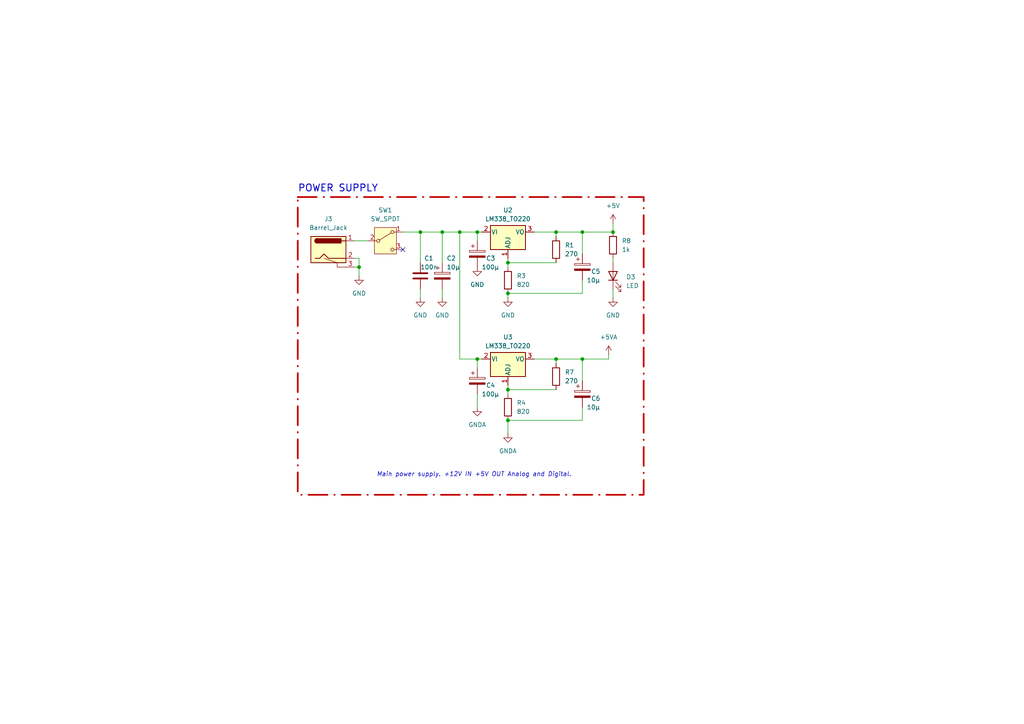
<source format=kicad_sch>
(kicad_sch (version 20230121) (generator eeschema)
  (paper "A4")
  (lib_symbols
    (symbol "CM4IO:Barrel_Jack"
      (property "Reference" "J" (at 0 5.334 0))
      (property "Value" "Barrel_Jack" (at 0 -5.08 0))
      (symbol "Barrel_Jack_0_1"
        (rectangle (start -5.08 3.81) (end 5.08 -3.81) (stroke (width 0.254)) (fill (type background)))
        (arc (start -3.302 3.175) (mid -3.9343 2.54) (end -3.302 1.905) (stroke (width 0.254)))
        (arc (start -3.302 3.175) (mid -3.9343 2.54) (end -3.302 1.905) (stroke (width 0.254)) (fill (type outline)))
        (polyline (pts (xy 5.08 2.54) (xy 3.81 2.54)) (stroke (width 0.254)))
        (polyline (pts (xy 5.08 -5.08) (xy 2.54 -5.08) (xy 2.54 -3.81) (xy -1.27 -2.54)))
        (polyline (pts (xy -3.81 -2.54) (xy -2.54 -2.54) (xy -1.27 -1.27) (xy 0 -2.54) (xy 2.54 -2.54) (xy 5.08 -2.54)) (stroke (width 0.254)))
        (rectangle (start 3.683 3.175) (end -3.302 1.905) (stroke (width 0.254)) (fill (type outline)))
      )
      (symbol "Barrel_Jack_1_1"
        (pin passive line (at 7.62 2.54 180) (length 2.54) (name "~") (number "1"))
        (pin passive line (at 7.62 -2.54 180) (length 2.54) (name "~") (number "2"))
        (pin passive line (at 7.62 -5.08 180) (length 2.54) (name "~") (number "3"))
      )
    )
    (symbol "Device:C" (pin_numbers hide) (pin_names (offset 0.254))
      (property "Reference" "C" (at 0.635 2.54 0))
      (property "Value" "C" (at 0.635 -2.54 0))
      (symbol "C_0_1"
        (polyline (pts (xy -2.032 -0.762) (xy 2.032 -0.762)) (stroke (width 0.508)))
        (polyline (pts (xy -2.032 0.762) (xy 2.032 0.762)) (stroke (width 0.508)))
      )
      (symbol "C_1_1"
        (pin passive line (at 0 3.81 270) (length 2.794) (name "~") (number "1"))
        (pin passive line (at 0 -3.81 90) (length 2.794) (name "~") (number "2"))
      )
    )
    (symbol "Device:C_Polarized" (pin_numbers hide) (pin_names (offset 0.254))
      (property "Reference" "C" (at 0.635 2.54 0))
      (property "Value" "C_Polarized" (at 0.635 -2.54 0))
      (symbol "C_Polarized_0_1"
        (rectangle (start -2.286 0.508) (end 2.286 1.016))
        (polyline (pts (xy -1.778 2.286) (xy -0.762 2.286)))
        (polyline (pts (xy -1.27 2.794) (xy -1.27 1.778)))
        (rectangle (start 2.286 -0.508) (end -2.286 -1.016) (fill (type outline)))
      )
      (symbol "C_Polarized_1_1"
        (pin passive line (at 0 3.81 270) (length 2.794) (name "~") (number "1"))
        (pin passive line (at 0 -3.81 90) (length 2.794) (name "~") (number "2"))
      )
    )
    (symbol "Device:LED" (pin_numbers hide) (pin_names (offset 1.016) hide)
      (property "Reference" "D" (at 0 2.54 0))
      (property "Value" "LED" (at 0 -2.54 0))
      (symbol "LED_0_1"
        (polyline (pts (xy -1.27 -1.27) (xy -1.27 1.27)) (stroke (width 0.254)))
        (polyline (pts (xy -1.27 0) (xy 1.27 0)))
        (polyline (pts (xy 1.27 -1.27) (xy 1.27 1.27) (xy -1.27 0) (xy 1.27 -1.27)) (stroke (width 0.254)))
        (polyline (pts (xy -3.048 -0.762) (xy -4.572 -2.286) (xy -3.81 -2.286) (xy -4.572 -2.286) (xy -4.572 -1.524)))
        (polyline (pts (xy -1.778 -0.762) (xy -3.302 -2.286) (xy -2.54 -2.286) (xy -3.302 -2.286) (xy -3.302 -1.524)))
      )
      (symbol "LED_1_1"
        (pin passive line (at -3.81 0 0) (length 2.54) (name "K") (number "1"))
        (pin passive line (at 3.81 0 180) (length 2.54) (name "A") (number "2"))
      )
    )
    (symbol "Device:R" (pin_numbers hide) (pin_names (offset 0))
      (property "Reference" "R" (at 2.032 0 90))
      (property "Value" "R" (at 0 0 90))
      (symbol "R_0_1"
        (rectangle (start -1.016 -2.54) (end 1.016 2.54) (stroke (width 0.254)))
      )
      (symbol "R_1_1"
        (pin passive line (at 0 3.81 270) (length 1.27) (name "~") (number "1"))
        (pin passive line (at 0 -3.81 90) (length 1.27) (name "~") (number "2"))
      )
    )
    (symbol "Regulator_Linear:LM337_TO220" (pin_names (offset 0.254))
      (property "Reference" "U" (at -3.81 -3.175 0))
      (property "Value" "LM337_TO220" (at 0 -3.175 0))
      (symbol "LM337_TO220_0_1"
        (rectangle (start -5.08 5.08) (end 5.08 -1.905) (stroke (width 0.254)) (fill (type background)))
      )
      (symbol "LM337_TO220_1_1"
        (pin input line (at 0 7.62 270) (length 2.54) (name "ADJ") (number "1"))
        (pin power_in line (at -7.62 0 0) (length 2.54) (name "VI") (number "2"))
        (pin power_out line (at 7.62 0 180) (length 2.54) (name "VO") (number "3"))
      )
    )
    (symbol "Switch:SW_SPDT" (pin_names (offset 0) hide)
      (property "Reference" "SW" (at 0 5.08 0))
      (property "Value" "SW_SPDT" (at 0 -5.08 0))
      (symbol "SW_SPDT_0_1"
        (circle (center -2.032 0) (radius 0.4572))
        (polyline (pts (xy -1.651 0.254) (xy 1.651 2.286)))
        (circle (center 2.032 -2.54) (radius 0.4572))
        (circle (center 2.032 2.54) (radius 0.4572))
      )
      (symbol "SW_SPDT_1_1"
        (rectangle (start -3.175 3.81) (end 3.175 -3.81) (fill (type background)))
        (pin passive line (at 5.08 2.54 180) (length 2.54) (name "A") (number "1"))
        (pin passive line (at -5.08 0 0) (length 2.54) (name "B") (number "2"))
        (pin passive line (at 5.08 -2.54 180) (length 2.54) (name "C") (number "3"))
      )
    )
    (symbol "power:+5V" (power) (pin_names (offset 0))
      (property "Value" "+5V" (at 0 3.556 0))
      (symbol "+5V_0_1"
        (polyline (pts (xy -0.762 1.27) (xy 0 2.54)))
        (polyline (pts (xy 0 0) (xy 0 2.54)))
        (polyline (pts (xy 0 2.54) (xy 0.762 1.27)))
      )
      (symbol "+5V_1_1"
        (pin power_in line (at 0 0 90) (length 0) hide (name "+5V") (number "1"))
      )
    )
    (symbol "power:+5VA" (power) (pin_names (offset 0))
      (property "Value" "+5VA" (at 0 3.556 0))
      (symbol "+5VA_0_1"
        (polyline (pts (xy -0.762 1.27) (xy 0 2.54)))
        (polyline (pts (xy 0 0) (xy 0 2.54)))
        (polyline (pts (xy 0 2.54) (xy 0.762 1.27)))
      )
      (symbol "+5VA_1_1"
        (pin power_in line (at 0 0 90) (length 0) hide (name "+5VA") (number "1"))
      )
    )
    (symbol "power:GND" (power) (pin_names (offset 0))
      (property "Value" "GND" (at 0 -3.81 0))
      (symbol "GND_0_1"
        (polyline (pts (xy 0 0) (xy 0 -1.27) (xy 1.27 -1.27) (xy 0 -2.54) (xy -1.27 -1.27) (xy 0 -1.27)))
      )
      (symbol "GND_1_1"
        (pin power_in line (at 0 0 270) (length 0) hide (name "GND") (number "1"))
      )
    )
    (symbol "power:GNDA" (power) (pin_names (offset 0))
      (property "Value" "GNDA" (at 0 -3.81 0))
      (symbol "GNDA_0_1"
        (polyline (pts (xy 0 0) (xy 0 -1.27) (xy 1.27 -1.27) (xy 0 -2.54) (xy -1.27 -1.27) (xy 0 -1.27)))
      )
      (symbol "GNDA_1_1"
        (pin power_in line (at 0 0 270) (length 0) hide (name "GNDA") (number "1"))
      )
    )
  )
  (junction (at 168.91 67.31))
  (junction (at 121.92 67.31))
  (junction (at 147.32 85.09))
  (junction (at 161.29 104.14))
  (junction (at 133.35 67.31))
  (junction (at 168.91 104.14))
  (junction (at 177.8 67.31))
  (junction (at 104.14 77.47))
  (junction (at 138.43 104.14))
  (junction (at 161.29 67.31))
  (junction (at 147.32 76.2))
  (junction (at 147.32 121.92))
  (junction (at 128.27 67.31))
  (junction (at 138.43 67.31))
  (junction (at 147.32 113.03))
  (no_connect (at 116.84 72.39))
  (wire (pts (xy 104.14 74.93) (xy 104.14 77.47)))
  (wire (pts (xy 116.84 67.31) (xy 121.92 67.31)))
  (wire (pts (xy 154.94 67.31) (xy 161.29 67.31)))
  (wire (pts (xy 102.87 69.85) (xy 106.68 69.85)))
  (wire (pts (xy 147.32 111.76) (xy 147.32 113.03)))
  (wire (pts (xy 102.87 77.47) (xy 104.14 77.47)))
  (wire (pts (xy 133.35 67.31) (xy 138.43 67.31)))
  (wire (pts (xy 121.92 67.31) (xy 128.27 67.31)))
  (wire (pts (xy 168.91 81.28) (xy 168.91 85.09)))
  (wire (pts (xy 154.94 104.14) (xy 161.29 104.14)))
  (wire (pts (xy 161.29 105.41) (xy 161.29 104.14)))
  (wire (pts (xy 128.27 83.82) (xy 128.27 86.36)))
  (wire (pts (xy 177.8 83.82) (xy 177.8 86.36)))
  (wire (pts (xy 147.32 121.92) (xy 147.32 125.73)))
  (wire (pts (xy 161.29 76.2) (xy 147.32 76.2)))
  (wire (pts (xy 104.14 77.47) (xy 104.14 80.01)))
  (wire (pts (xy 147.32 85.09) (xy 147.32 86.36)))
  (wire (pts (xy 168.91 73.66) (xy 168.91 67.31)))
  (wire (pts (xy 138.43 67.31) (xy 139.7 67.31)))
  (wire (pts (xy 161.29 104.14) (xy 168.91 104.14)))
  (wire (pts (xy 168.91 67.31) (xy 177.8 67.31)))
  (wire (pts (xy 161.29 113.03) (xy 147.32 113.03)))
  (wire (pts (xy 147.32 76.2) (xy 147.32 77.47)))
  (wire (pts (xy 168.91 104.14) (xy 168.91 110.49)))
  (wire (pts (xy 177.8 74.93) (xy 177.8 76.2)))
  (wire (pts (xy 104.14 74.93) (xy 102.87 74.93)))
  (wire (pts (xy 121.92 83.82) (xy 121.92 86.36)))
  (wire (pts (xy 176.53 102.87) (xy 176.53 104.14)))
  (wire (pts (xy 168.91 121.92) (xy 147.32 121.92)))
  (wire (pts (xy 128.27 67.31) (xy 133.35 67.31)))
  (wire (pts (xy 138.43 67.31) (xy 138.43 69.85)))
  (wire (pts (xy 138.43 104.14) (xy 138.43 106.68)))
  (wire (pts (xy 168.91 118.11) (xy 168.91 121.92)))
  (wire (pts (xy 138.43 104.14) (xy 139.7 104.14)))
  (wire (pts (xy 168.91 67.31) (xy 161.29 67.31)))
  (wire (pts (xy 147.32 113.03) (xy 147.32 114.3)))
  (wire (pts (xy 138.43 114.3) (xy 138.43 118.11)))
  (wire (pts (xy 161.29 68.58) (xy 161.29 67.31)))
  (wire (pts (xy 121.92 67.31) (xy 121.92 76.2)))
  (wire (pts (xy 133.35 104.14) (xy 138.43 104.14)))
  (wire (pts (xy 176.53 104.14) (xy 168.91 104.14)))
  (wire (pts (xy 177.8 64.77) (xy 177.8 67.31)))
  (wire (pts (xy 128.27 67.31) (xy 128.27 76.2)))
  (wire (pts (xy 168.91 85.09) (xy 147.32 85.09)))
  (wire (pts (xy 147.32 74.93) (xy 147.32 76.2)))
  (wire (pts (xy 133.35 104.14) (xy 133.35 67.31)))
  (rectangle (start 86.36 57.15) (end 186.69 143.51) (stroke (width 0.5) (type dash_dot) (color 194 0 0 1)))
  (text "POWER SUPPLY\n" (at 86.36 55.88 0) (effects (font (size 2 2) (thickness 0.254) bold) (justify left bottom)))
  (text "Main power supply. +12V IN +5V OUT Analog and Digital." (at 109.22 138.43 0) (effects (font (size 1.27 1.27) italic) (justify left bottom)))
  (symbol (lib_id "Device:R") (at 147.32 81.28 0) (unit 1)
    (property "Reference" "R3" (at 149.86 80.01 0) (effects (justify left)))
    (property "Value" "820" (at 149.86 82.55 0) (effects (justify left)))
    (property "Footprint" "Resistor_SMD:R_0603_1608Metric" (effects hide))
  )
  (symbol (lib_id "Device:R") (at 177.8 71.12 0) (unit 1)
    (property "Reference" "R8" (at 180.34 69.85 0) (effects (justify left)))
    (property "Value" "1k" (at 180.34 72.39 0) (effects (justify left)))
    (property "Footprint" "Resistor_SMD:R_0402_1005Metric" (effects hide))
  )
  (symbol (lib_id "Regulator_Linear:LM337_TO220") (at 147.32 67.31 0) (mirror x) (unit 1)
    (property "Reference" "U2" (at 147.32 60.96 0))
    (property "Value" "LM338_TO220" (at 147.32 63.5 0))
    (property "Footprint" "Package_TO_SOT_THT:TO-220-3_Vertical" (effects hide))
    (property "Datasheet" "http://www.ti.com/lit/ds/symlink/lm337-n.pdf" (effects hide))
  )
  (symbol (lib_id "Switch:SW_SPDT") (at 111.76 69.85 0) (unit 1)
    (property "Reference" "SW1" (at 111.76 60.96 0))
    (property "Value" "SW_SPDT" (at 111.76 63.5 0))
    (property "Footprint" "Button_Switch_THT:SW_Push_1P2T_Vertical_E-Switch_800UDP8P1A1M6" (effects hide))
  )
  (symbol (lib_id "power:GNDA") (at 147.32 125.73 0) (unit 1)
    (property "Reference" "#PWR09" (effects hide))
    (property "Value" "GNDA" (at 147.32 130.81 0))
  )
  (symbol (lib_id "Device:C") (at 121.92 80.01 0) (unit 1)
    (property "Reference" "C1" (at 125.73 74.93 0) (effects (justify right)))
    (property "Value" "100n" (at 121.92 77.47 0) (effects (justify left)))
    (property "Footprint" "Capacitor_SMD:C_0402_1005Metric" (effects hide))
  )
  (symbol (lib_id "Device:C_Polarized") (at 138.43 73.66 0) (unit 1)
    (property "Reference" "C3" (at 140.97 74.93 0) (effects (justify left)))
    (property "Value" "100µ" (at 139.7 77.47 0) (effects (justify left)))
    (property "Footprint" "Capacitor_SMD:C_1812_4532Metric" (effects hide))
  )
  (symbol (lib_id "Device:R") (at 161.29 72.39 0) (unit 1)
    (property "Reference" "R1" (at 163.83 71.12 0) (effects (justify left)))
    (property "Value" "270" (at 163.83 73.66 0) (effects (justify left)))
    (property "Footprint" "Resistor_SMD:R_0603_1608Metric" (effects hide))
  )
  (symbol (lib_id "CM4IO:Barrel_Jack") (at 95.25 72.39 0) (unit 1)
    (property "Reference" "J3" (at 95.25 63.5 0))
    (property "Value" "Barrel_Jack" (at 95.25 66.04 0))
    (property "Footprint" "CM4IO:BarrelJack_Horizontal" (effects hide))
  )
  (symbol (lib_id "power:GND") (at 147.32 86.36 0) (unit 1)
    (property "Reference" "#PWR08" (effects hide))
    (property "Value" "GND" (at 147.32 91.44 0))
  )
  (symbol (lib_id "power:+5V") (at 177.8 64.77 0) (unit 1)
    (property "Reference" "#PWR010" (effects hide))
    (property "Value" "+5V" (at 177.8 59.69 0))
  )
  (symbol (lib_id "power:GND") (at 177.8 86.36 0) (unit 1)
    (property "Reference" "#PWR013" (effects hide))
    (property "Value" "GND" (at 177.8 91.44 0))
  )
  (symbol (lib_id "Device:C_Polarized") (at 168.91 114.3 0) (unit 1)
    (property "Reference" "C6" (at 171.45 115.57 0) (effects (justify left)))
    (property "Value" "10µ" (at 170.18 118.11 0) (effects (justify left)))
    (property "Footprint" "TAJA106K016RNJV:CAPMP3216X180N" (effects hide))
  )
  (symbol (lib_id "Device:C_Polarized") (at 138.43 110.49 0) (unit 1)
    (property "Reference" "C4" (at 140.97 111.76 0) (effects (justify left)))
    (property "Value" "100µ" (at 139.7 114.3 0) (effects (justify left)))
    (property "Footprint" "Capacitor_SMD:C_1812_4532Metric" (effects hide))
  )
  (symbol (lib_id "power:GND") (at 121.92 86.36 0) (unit 1)
    (property "Reference" "#PWR05" (effects hide))
    (property "Value" "GND" (at 121.92 91.44 0))
  )
  (symbol (lib_id "power:+5VA") (at 176.53 102.87 0) (unit 1)
    (property "Reference" "#PWR012" (effects hide))
    (property "Value" "+5VA" (at 176.53 97.79 0))
  )
  (symbol (lib_id "power:GNDA") (at 138.43 118.11 0) (unit 1)
    (property "Reference" "#PWR011" (effects hide))
    (property "Value" "GNDA" (at 138.43 123.19 0))
  )
  (symbol (lib_id "power:GND") (at 128.27 86.36 0) (unit 1)
    (property "Reference" "#PWR06" (effects hide))
    (property "Value" "GND" (at 128.27 91.44 0))
  )
  (symbol (lib_id "power:GND") (at 138.43 77.47 0) (unit 1)
    (property "Reference" "#PWR07" (effects hide))
    (property "Value" "GND" (at 138.43 82.55 0))
  )
  (symbol (lib_id "power:GND") (at 104.14 80.01 0) (unit 1)
    (property "Reference" "#PWR04" (effects hide))
    (property "Value" "GND" (at 104.14 85.09 0))
  )
  (symbol (lib_id "Device:C_Polarized") (at 128.27 80.01 0) (unit 1)
    (property "Reference" "C2" (at 129.54 74.93 0) (effects (justify left)))
    (property "Value" "10µ" (at 129.54 77.47 0) (effects (justify left)))
    (property "Footprint" "TAJA106K016RNJV:CAPMP3216X180N" (effects hide))
  )
  (symbol (lib_id "Device:C_Polarized") (at 168.91 77.47 0) (unit 1)
    (property "Reference" "C5" (at 171.45 78.74 0) (effects (justify left)))
    (property "Value" "10µ" (at 170.18 81.28 0) (effects (justify left)))
    (property "Footprint" "TAJA106K016RNJV:CAPMP3216X180N" (effects hide))
  )
  (symbol (lib_id "Device:R") (at 161.29 109.22 0) (unit 1)
    (property "Reference" "R7" (at 163.83 107.95 0) (effects (justify left)))
    (property "Value" "270" (at 163.83 110.49 0) (effects (justify left)))
    (property "Footprint" "Resistor_SMD:R_0603_1608Metric" (effects hide))
  )
  (symbol (lib_id "Device:LED") (at 177.8 80.01 90) (unit 1)
    (property "Reference" "D3" (at 181.61 80.3275 90) (effects (justify right)))
    (property "Value" "LED" (at 181.61 82.8675 90) (effects (justify right)))
    (property "Footprint" "LED_THT:LED_D3.0mm" (effects hide))
  )
  (symbol (lib_id "Device:R") (at 147.32 118.11 0) (unit 1)
    (property "Reference" "R4" (at 149.86 116.84 0) (effects (justify left)))
    (property "Value" "820" (at 149.86 119.38 0) (effects (justify left)))
    (property "Footprint" "Resistor_SMD:R_0603_1608Metric" (effects hide))
  )
  (symbol (lib_id "Regulator_Linear:LM337_TO220") (at 147.32 104.14 0) (mirror x) (unit 1)
    (property "Reference" "U3" (at 147.32 97.79 0))
    (property "Value" "LM338_TO220" (at 147.32 100.33 0))
    (property "Footprint" "Package_TO_SOT_THT:TO-220-3_Vertical" (effects hide))
    (property "Datasheet" "http://www.ti.com/lit/ds/symlink/lm337-n.pdf" (effects hide))
  )
)
</source>
